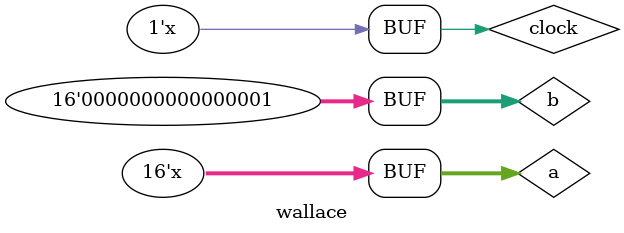
<source format=v>
module wallace();

reg[15:0] a,b;
wire [31:0] out;
reg clock;
initial
begin 
clock=0;
a=15'b1;
b=15'b1;
end

always # 15
a=a+1;

always #2
clock=~clock;


wallace16 DUT(
.product(out),.x(a),.y(b),.clock(clock)

);

endmodule

</source>
